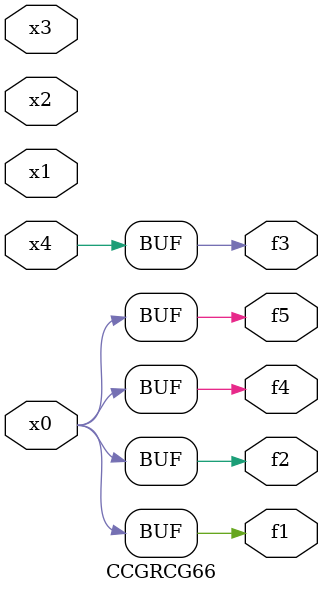
<source format=v>
module CCGRCG66(
	input x0, x1, x2, x3, x4,
	output f1, f2, f3, f4, f5
);
	assign f1 = x0;
	assign f2 = x0;
	assign f3 = x4;
	assign f4 = x0;
	assign f5 = x0;
endmodule

</source>
